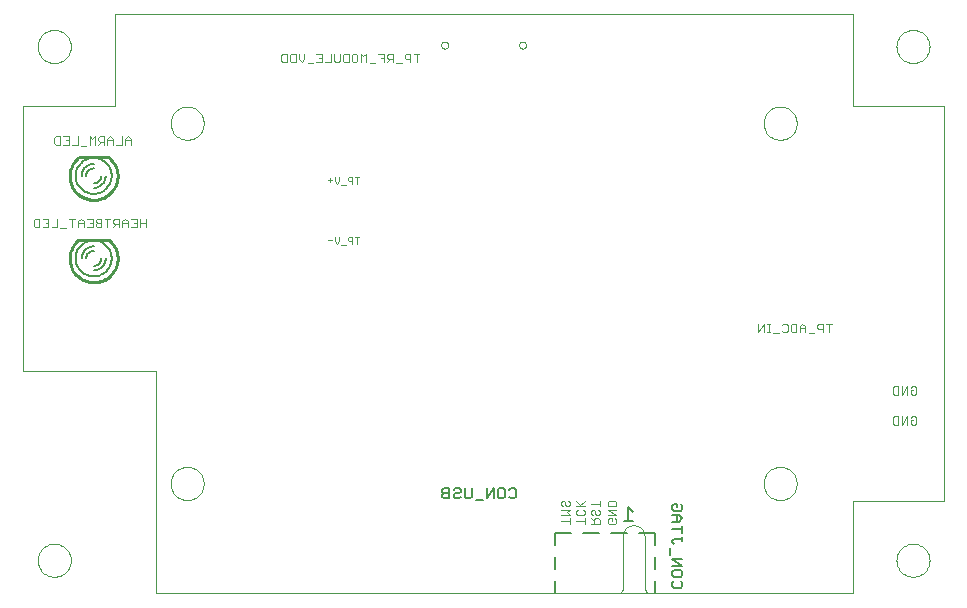
<source format=gbo>
G75*
G70*
%OFA0B0*%
%FSLAX24Y24*%
%IPPOS*%
%LPD*%
%AMOC8*
5,1,8,0,0,1.08239X$1,22.5*
%
%ADD10C,0.0000*%
%ADD11C,0.0040*%
%ADD12C,0.0100*%
%ADD13C,0.0060*%
%ADD14C,0.0050*%
%ADD15C,0.0020*%
D10*
X000780Y001331D02*
X000782Y001378D01*
X000788Y001424D01*
X000798Y001470D01*
X000811Y001515D01*
X000829Y001558D01*
X000850Y001600D01*
X000874Y001640D01*
X000902Y001677D01*
X000933Y001712D01*
X000967Y001745D01*
X001003Y001774D01*
X001042Y001800D01*
X001083Y001823D01*
X001126Y001842D01*
X001170Y001858D01*
X001215Y001870D01*
X001261Y001878D01*
X001308Y001882D01*
X001354Y001882D01*
X001401Y001878D01*
X001447Y001870D01*
X001492Y001858D01*
X001536Y001842D01*
X001579Y001823D01*
X001620Y001800D01*
X001659Y001774D01*
X001695Y001745D01*
X001729Y001712D01*
X001760Y001677D01*
X001788Y001640D01*
X001812Y001600D01*
X001833Y001558D01*
X001851Y001515D01*
X001864Y001470D01*
X001874Y001424D01*
X001880Y001378D01*
X001882Y001331D01*
X001880Y001284D01*
X001874Y001238D01*
X001864Y001192D01*
X001851Y001147D01*
X001833Y001104D01*
X001812Y001062D01*
X001788Y001022D01*
X001760Y000985D01*
X001729Y000950D01*
X001695Y000917D01*
X001659Y000888D01*
X001620Y000862D01*
X001579Y000839D01*
X001536Y000820D01*
X001492Y000804D01*
X001447Y000792D01*
X001401Y000784D01*
X001354Y000780D01*
X001308Y000780D01*
X001261Y000784D01*
X001215Y000792D01*
X001170Y000804D01*
X001126Y000820D01*
X001083Y000839D01*
X001042Y000862D01*
X001003Y000888D01*
X000967Y000917D01*
X000933Y000950D01*
X000902Y000985D01*
X000874Y001022D01*
X000850Y001062D01*
X000829Y001104D01*
X000811Y001147D01*
X000798Y001192D01*
X000788Y001238D01*
X000782Y001284D01*
X000780Y001331D01*
X004717Y000248D02*
X004717Y007630D01*
X000288Y007630D01*
X000288Y016489D01*
X003339Y016489D01*
X003339Y019540D01*
X027945Y019540D01*
X027945Y016489D01*
X030996Y016489D01*
X030996Y003300D01*
X027945Y003300D01*
X027945Y000248D01*
X004717Y000248D01*
X005209Y003890D02*
X005211Y003937D01*
X005217Y003983D01*
X005227Y004029D01*
X005240Y004074D01*
X005258Y004117D01*
X005279Y004159D01*
X005303Y004199D01*
X005331Y004236D01*
X005362Y004271D01*
X005396Y004304D01*
X005432Y004333D01*
X005471Y004359D01*
X005512Y004382D01*
X005555Y004401D01*
X005599Y004417D01*
X005644Y004429D01*
X005690Y004437D01*
X005737Y004441D01*
X005783Y004441D01*
X005830Y004437D01*
X005876Y004429D01*
X005921Y004417D01*
X005965Y004401D01*
X006008Y004382D01*
X006049Y004359D01*
X006088Y004333D01*
X006124Y004304D01*
X006158Y004271D01*
X006189Y004236D01*
X006217Y004199D01*
X006241Y004159D01*
X006262Y004117D01*
X006280Y004074D01*
X006293Y004029D01*
X006303Y003983D01*
X006309Y003937D01*
X006311Y003890D01*
X006309Y003843D01*
X006303Y003797D01*
X006293Y003751D01*
X006280Y003706D01*
X006262Y003663D01*
X006241Y003621D01*
X006217Y003581D01*
X006189Y003544D01*
X006158Y003509D01*
X006124Y003476D01*
X006088Y003447D01*
X006049Y003421D01*
X006008Y003398D01*
X005965Y003379D01*
X005921Y003363D01*
X005876Y003351D01*
X005830Y003343D01*
X005783Y003339D01*
X005737Y003339D01*
X005690Y003343D01*
X005644Y003351D01*
X005599Y003363D01*
X005555Y003379D01*
X005512Y003398D01*
X005471Y003421D01*
X005432Y003447D01*
X005396Y003476D01*
X005362Y003509D01*
X005331Y003544D01*
X005303Y003581D01*
X005279Y003621D01*
X005258Y003663D01*
X005240Y003706D01*
X005227Y003751D01*
X005217Y003797D01*
X005211Y003843D01*
X005209Y003890D01*
X020275Y002135D02*
X020275Y000360D01*
X020242Y000310D01*
X020192Y000248D01*
X021092Y000248D01*
X021042Y000310D01*
X021005Y000360D01*
X021005Y002135D01*
X021003Y002172D01*
X020998Y002208D01*
X020988Y002244D01*
X020975Y002279D01*
X020959Y002312D01*
X020940Y002344D01*
X020917Y002373D01*
X020891Y002400D01*
X020863Y002424D01*
X020833Y002445D01*
X020801Y002463D01*
X020767Y002477D01*
X020731Y002488D01*
X020695Y002496D01*
X020658Y002500D01*
X020622Y002500D01*
X020585Y002496D01*
X020549Y002488D01*
X020513Y002477D01*
X020479Y002463D01*
X020447Y002445D01*
X020417Y002424D01*
X020389Y002400D01*
X020363Y002373D01*
X020340Y002344D01*
X020321Y002312D01*
X020305Y002279D01*
X020292Y002244D01*
X020282Y002208D01*
X020277Y002172D01*
X020275Y002135D01*
X024973Y003890D02*
X024975Y003937D01*
X024981Y003983D01*
X024991Y004029D01*
X025004Y004074D01*
X025022Y004117D01*
X025043Y004159D01*
X025067Y004199D01*
X025095Y004236D01*
X025126Y004271D01*
X025160Y004304D01*
X025196Y004333D01*
X025235Y004359D01*
X025276Y004382D01*
X025319Y004401D01*
X025363Y004417D01*
X025408Y004429D01*
X025454Y004437D01*
X025501Y004441D01*
X025547Y004441D01*
X025594Y004437D01*
X025640Y004429D01*
X025685Y004417D01*
X025729Y004401D01*
X025772Y004382D01*
X025813Y004359D01*
X025852Y004333D01*
X025888Y004304D01*
X025922Y004271D01*
X025953Y004236D01*
X025981Y004199D01*
X026005Y004159D01*
X026026Y004117D01*
X026044Y004074D01*
X026057Y004029D01*
X026067Y003983D01*
X026073Y003937D01*
X026075Y003890D01*
X026073Y003843D01*
X026067Y003797D01*
X026057Y003751D01*
X026044Y003706D01*
X026026Y003663D01*
X026005Y003621D01*
X025981Y003581D01*
X025953Y003544D01*
X025922Y003509D01*
X025888Y003476D01*
X025852Y003447D01*
X025813Y003421D01*
X025772Y003398D01*
X025729Y003379D01*
X025685Y003363D01*
X025640Y003351D01*
X025594Y003343D01*
X025547Y003339D01*
X025501Y003339D01*
X025454Y003343D01*
X025408Y003351D01*
X025363Y003363D01*
X025319Y003379D01*
X025276Y003398D01*
X025235Y003421D01*
X025196Y003447D01*
X025160Y003476D01*
X025126Y003509D01*
X025095Y003544D01*
X025067Y003581D01*
X025043Y003621D01*
X025022Y003663D01*
X025004Y003706D01*
X024991Y003751D01*
X024981Y003797D01*
X024975Y003843D01*
X024973Y003890D01*
X029402Y001331D02*
X029404Y001378D01*
X029410Y001424D01*
X029420Y001470D01*
X029433Y001515D01*
X029451Y001558D01*
X029472Y001600D01*
X029496Y001640D01*
X029524Y001677D01*
X029555Y001712D01*
X029589Y001745D01*
X029625Y001774D01*
X029664Y001800D01*
X029705Y001823D01*
X029748Y001842D01*
X029792Y001858D01*
X029837Y001870D01*
X029883Y001878D01*
X029930Y001882D01*
X029976Y001882D01*
X030023Y001878D01*
X030069Y001870D01*
X030114Y001858D01*
X030158Y001842D01*
X030201Y001823D01*
X030242Y001800D01*
X030281Y001774D01*
X030317Y001745D01*
X030351Y001712D01*
X030382Y001677D01*
X030410Y001640D01*
X030434Y001600D01*
X030455Y001558D01*
X030473Y001515D01*
X030486Y001470D01*
X030496Y001424D01*
X030502Y001378D01*
X030504Y001331D01*
X030502Y001284D01*
X030496Y001238D01*
X030486Y001192D01*
X030473Y001147D01*
X030455Y001104D01*
X030434Y001062D01*
X030410Y001022D01*
X030382Y000985D01*
X030351Y000950D01*
X030317Y000917D01*
X030281Y000888D01*
X030242Y000862D01*
X030201Y000839D01*
X030158Y000820D01*
X030114Y000804D01*
X030069Y000792D01*
X030023Y000784D01*
X029976Y000780D01*
X029930Y000780D01*
X029883Y000784D01*
X029837Y000792D01*
X029792Y000804D01*
X029748Y000820D01*
X029705Y000839D01*
X029664Y000862D01*
X029625Y000888D01*
X029589Y000917D01*
X029555Y000950D01*
X029524Y000985D01*
X029496Y001022D01*
X029472Y001062D01*
X029451Y001104D01*
X029433Y001147D01*
X029420Y001192D01*
X029410Y001238D01*
X029404Y001284D01*
X029402Y001331D01*
X024973Y015898D02*
X024975Y015945D01*
X024981Y015991D01*
X024991Y016037D01*
X025004Y016082D01*
X025022Y016125D01*
X025043Y016167D01*
X025067Y016207D01*
X025095Y016244D01*
X025126Y016279D01*
X025160Y016312D01*
X025196Y016341D01*
X025235Y016367D01*
X025276Y016390D01*
X025319Y016409D01*
X025363Y016425D01*
X025408Y016437D01*
X025454Y016445D01*
X025501Y016449D01*
X025547Y016449D01*
X025594Y016445D01*
X025640Y016437D01*
X025685Y016425D01*
X025729Y016409D01*
X025772Y016390D01*
X025813Y016367D01*
X025852Y016341D01*
X025888Y016312D01*
X025922Y016279D01*
X025953Y016244D01*
X025981Y016207D01*
X026005Y016167D01*
X026026Y016125D01*
X026044Y016082D01*
X026057Y016037D01*
X026067Y015991D01*
X026073Y015945D01*
X026075Y015898D01*
X026073Y015851D01*
X026067Y015805D01*
X026057Y015759D01*
X026044Y015714D01*
X026026Y015671D01*
X026005Y015629D01*
X025981Y015589D01*
X025953Y015552D01*
X025922Y015517D01*
X025888Y015484D01*
X025852Y015455D01*
X025813Y015429D01*
X025772Y015406D01*
X025729Y015387D01*
X025685Y015371D01*
X025640Y015359D01*
X025594Y015351D01*
X025547Y015347D01*
X025501Y015347D01*
X025454Y015351D01*
X025408Y015359D01*
X025363Y015371D01*
X025319Y015387D01*
X025276Y015406D01*
X025235Y015429D01*
X025196Y015455D01*
X025160Y015484D01*
X025126Y015517D01*
X025095Y015552D01*
X025067Y015589D01*
X025043Y015629D01*
X025022Y015671D01*
X025004Y015714D01*
X024991Y015759D01*
X024981Y015805D01*
X024975Y015851D01*
X024973Y015898D01*
X029402Y018457D02*
X029404Y018504D01*
X029410Y018550D01*
X029420Y018596D01*
X029433Y018641D01*
X029451Y018684D01*
X029472Y018726D01*
X029496Y018766D01*
X029524Y018803D01*
X029555Y018838D01*
X029589Y018871D01*
X029625Y018900D01*
X029664Y018926D01*
X029705Y018949D01*
X029748Y018968D01*
X029792Y018984D01*
X029837Y018996D01*
X029883Y019004D01*
X029930Y019008D01*
X029976Y019008D01*
X030023Y019004D01*
X030069Y018996D01*
X030114Y018984D01*
X030158Y018968D01*
X030201Y018949D01*
X030242Y018926D01*
X030281Y018900D01*
X030317Y018871D01*
X030351Y018838D01*
X030382Y018803D01*
X030410Y018766D01*
X030434Y018726D01*
X030455Y018684D01*
X030473Y018641D01*
X030486Y018596D01*
X030496Y018550D01*
X030502Y018504D01*
X030504Y018457D01*
X030502Y018410D01*
X030496Y018364D01*
X030486Y018318D01*
X030473Y018273D01*
X030455Y018230D01*
X030434Y018188D01*
X030410Y018148D01*
X030382Y018111D01*
X030351Y018076D01*
X030317Y018043D01*
X030281Y018014D01*
X030242Y017988D01*
X030201Y017965D01*
X030158Y017946D01*
X030114Y017930D01*
X030069Y017918D01*
X030023Y017910D01*
X029976Y017906D01*
X029930Y017906D01*
X029883Y017910D01*
X029837Y017918D01*
X029792Y017930D01*
X029748Y017946D01*
X029705Y017965D01*
X029664Y017988D01*
X029625Y018014D01*
X029589Y018043D01*
X029555Y018076D01*
X029524Y018111D01*
X029496Y018148D01*
X029472Y018188D01*
X029451Y018230D01*
X029433Y018273D01*
X029420Y018318D01*
X029410Y018364D01*
X029404Y018410D01*
X029402Y018457D01*
X016823Y018502D02*
X016825Y018523D01*
X016831Y018543D01*
X016840Y018563D01*
X016852Y018580D01*
X016867Y018594D01*
X016885Y018606D01*
X016905Y018614D01*
X016925Y018619D01*
X016946Y018620D01*
X016967Y018617D01*
X016987Y018611D01*
X017006Y018600D01*
X017023Y018587D01*
X017036Y018571D01*
X017047Y018553D01*
X017055Y018533D01*
X017059Y018513D01*
X017059Y018491D01*
X017055Y018471D01*
X017047Y018451D01*
X017036Y018433D01*
X017023Y018417D01*
X017006Y018404D01*
X016987Y018393D01*
X016967Y018387D01*
X016946Y018384D01*
X016925Y018385D01*
X016905Y018390D01*
X016885Y018398D01*
X016867Y018410D01*
X016852Y018424D01*
X016840Y018441D01*
X016831Y018461D01*
X016825Y018481D01*
X016823Y018502D01*
X014225Y018502D02*
X014227Y018523D01*
X014233Y018543D01*
X014242Y018563D01*
X014254Y018580D01*
X014269Y018594D01*
X014287Y018606D01*
X014307Y018614D01*
X014327Y018619D01*
X014348Y018620D01*
X014369Y018617D01*
X014389Y018611D01*
X014408Y018600D01*
X014425Y018587D01*
X014438Y018571D01*
X014449Y018553D01*
X014457Y018533D01*
X014461Y018513D01*
X014461Y018491D01*
X014457Y018471D01*
X014449Y018451D01*
X014438Y018433D01*
X014425Y018417D01*
X014408Y018404D01*
X014389Y018393D01*
X014369Y018387D01*
X014348Y018384D01*
X014327Y018385D01*
X014307Y018390D01*
X014287Y018398D01*
X014269Y018410D01*
X014254Y018424D01*
X014242Y018441D01*
X014233Y018461D01*
X014227Y018481D01*
X014225Y018502D01*
X005209Y015898D02*
X005211Y015945D01*
X005217Y015991D01*
X005227Y016037D01*
X005240Y016082D01*
X005258Y016125D01*
X005279Y016167D01*
X005303Y016207D01*
X005331Y016244D01*
X005362Y016279D01*
X005396Y016312D01*
X005432Y016341D01*
X005471Y016367D01*
X005512Y016390D01*
X005555Y016409D01*
X005599Y016425D01*
X005644Y016437D01*
X005690Y016445D01*
X005737Y016449D01*
X005783Y016449D01*
X005830Y016445D01*
X005876Y016437D01*
X005921Y016425D01*
X005965Y016409D01*
X006008Y016390D01*
X006049Y016367D01*
X006088Y016341D01*
X006124Y016312D01*
X006158Y016279D01*
X006189Y016244D01*
X006217Y016207D01*
X006241Y016167D01*
X006262Y016125D01*
X006280Y016082D01*
X006293Y016037D01*
X006303Y015991D01*
X006309Y015945D01*
X006311Y015898D01*
X006309Y015851D01*
X006303Y015805D01*
X006293Y015759D01*
X006280Y015714D01*
X006262Y015671D01*
X006241Y015629D01*
X006217Y015589D01*
X006189Y015552D01*
X006158Y015517D01*
X006124Y015484D01*
X006088Y015455D01*
X006049Y015429D01*
X006008Y015406D01*
X005965Y015387D01*
X005921Y015371D01*
X005876Y015359D01*
X005830Y015351D01*
X005783Y015347D01*
X005737Y015347D01*
X005690Y015351D01*
X005644Y015359D01*
X005599Y015371D01*
X005555Y015387D01*
X005512Y015406D01*
X005471Y015429D01*
X005432Y015455D01*
X005396Y015484D01*
X005362Y015517D01*
X005331Y015552D01*
X005303Y015589D01*
X005279Y015629D01*
X005258Y015671D01*
X005240Y015714D01*
X005227Y015759D01*
X005217Y015805D01*
X005211Y015851D01*
X005209Y015898D01*
X000780Y018457D02*
X000782Y018504D01*
X000788Y018550D01*
X000798Y018596D01*
X000811Y018641D01*
X000829Y018684D01*
X000850Y018726D01*
X000874Y018766D01*
X000902Y018803D01*
X000933Y018838D01*
X000967Y018871D01*
X001003Y018900D01*
X001042Y018926D01*
X001083Y018949D01*
X001126Y018968D01*
X001170Y018984D01*
X001215Y018996D01*
X001261Y019004D01*
X001308Y019008D01*
X001354Y019008D01*
X001401Y019004D01*
X001447Y018996D01*
X001492Y018984D01*
X001536Y018968D01*
X001579Y018949D01*
X001620Y018926D01*
X001659Y018900D01*
X001695Y018871D01*
X001729Y018838D01*
X001760Y018803D01*
X001788Y018766D01*
X001812Y018726D01*
X001833Y018684D01*
X001851Y018641D01*
X001864Y018596D01*
X001874Y018550D01*
X001880Y018504D01*
X001882Y018457D01*
X001880Y018410D01*
X001874Y018364D01*
X001864Y018318D01*
X001851Y018273D01*
X001833Y018230D01*
X001812Y018188D01*
X001788Y018148D01*
X001760Y018111D01*
X001729Y018076D01*
X001695Y018043D01*
X001659Y018014D01*
X001620Y017988D01*
X001579Y017965D01*
X001536Y017946D01*
X001492Y017930D01*
X001447Y017918D01*
X001401Y017910D01*
X001354Y017906D01*
X001308Y017906D01*
X001261Y017910D01*
X001215Y017918D01*
X001170Y017930D01*
X001126Y017946D01*
X001083Y017965D01*
X001042Y017988D01*
X001003Y018014D01*
X000967Y018043D01*
X000933Y018076D01*
X000902Y018111D01*
X000874Y018148D01*
X000850Y018188D01*
X000829Y018230D01*
X000811Y018273D01*
X000798Y018318D01*
X000788Y018364D01*
X000782Y018410D01*
X000780Y018457D01*
D11*
X001375Y015469D02*
X001515Y015469D01*
X001515Y015189D01*
X001375Y015189D01*
X001328Y015236D01*
X001328Y015423D01*
X001375Y015469D01*
X001623Y015469D02*
X001810Y015469D01*
X001810Y015189D01*
X001623Y015189D01*
X001716Y015329D02*
X001810Y015329D01*
X001917Y015189D02*
X002104Y015189D01*
X002104Y015469D01*
X002212Y015142D02*
X002399Y015142D01*
X002507Y015189D02*
X002507Y015469D01*
X002600Y015376D01*
X002694Y015469D01*
X002694Y015189D01*
X002801Y015189D02*
X002895Y015283D01*
X002848Y015283D02*
X002988Y015283D01*
X002988Y015189D02*
X002988Y015469D01*
X002848Y015469D01*
X002801Y015423D01*
X002801Y015329D01*
X002848Y015283D01*
X003096Y015329D02*
X003283Y015329D01*
X003283Y015376D02*
X003189Y015469D01*
X003096Y015376D01*
X003096Y015189D01*
X003283Y015189D02*
X003283Y015376D01*
X003391Y015189D02*
X003577Y015189D01*
X003577Y015469D01*
X003685Y015376D02*
X003685Y015189D01*
X003685Y015329D02*
X003872Y015329D01*
X003872Y015376D02*
X003779Y015469D01*
X003685Y015376D01*
X003872Y015376D02*
X003872Y015189D01*
X003891Y012719D02*
X004077Y012719D01*
X004077Y012439D01*
X003891Y012439D01*
X003783Y012439D02*
X003783Y012626D01*
X003689Y012719D01*
X003596Y012626D01*
X003596Y012439D01*
X003488Y012439D02*
X003488Y012719D01*
X003348Y012719D01*
X003301Y012673D01*
X003301Y012579D01*
X003348Y012533D01*
X003488Y012533D01*
X003395Y012533D02*
X003301Y012439D01*
X003100Y012439D02*
X003100Y012719D01*
X003007Y012719D02*
X003194Y012719D01*
X002899Y012719D02*
X002759Y012719D01*
X002712Y012673D01*
X002712Y012626D01*
X002759Y012579D01*
X002899Y012579D01*
X002899Y012439D02*
X002759Y012439D01*
X002712Y012486D01*
X002712Y012533D01*
X002759Y012579D01*
X002604Y012579D02*
X002511Y012579D01*
X002604Y012439D02*
X002417Y012439D01*
X002310Y012439D02*
X002310Y012626D01*
X002216Y012719D01*
X002123Y012626D01*
X002123Y012439D01*
X002123Y012579D02*
X002310Y012579D01*
X002417Y012719D02*
X002604Y012719D01*
X002604Y012439D01*
X002899Y012439D02*
X002899Y012719D01*
X003596Y012579D02*
X003783Y012579D01*
X003984Y012579D02*
X004077Y012579D01*
X004185Y012579D02*
X004372Y012579D01*
X004372Y012439D02*
X004372Y012719D01*
X004185Y012719D02*
X004185Y012439D01*
X002015Y012719D02*
X001828Y012719D01*
X001921Y012719D02*
X001921Y012439D01*
X001720Y012392D02*
X001533Y012392D01*
X001426Y012439D02*
X001239Y012439D01*
X001131Y012439D02*
X000944Y012439D01*
X000836Y012439D02*
X000696Y012439D01*
X000649Y012486D01*
X000649Y012673D01*
X000696Y012719D01*
X000836Y012719D01*
X000836Y012439D01*
X001038Y012579D02*
X001131Y012579D01*
X001131Y012719D02*
X001131Y012439D01*
X001426Y012439D02*
X001426Y012719D01*
X001131Y012719D02*
X000944Y012719D01*
X008891Y017986D02*
X008891Y018173D01*
X008937Y018219D01*
X009077Y018219D01*
X009077Y017939D01*
X008937Y017939D01*
X008891Y017986D01*
X009185Y017986D02*
X009185Y018173D01*
X009232Y018219D01*
X009372Y018219D01*
X009372Y017939D01*
X009232Y017939D01*
X009185Y017986D01*
X009480Y018033D02*
X009480Y018219D01*
X009480Y018033D02*
X009573Y017939D01*
X009667Y018033D01*
X009667Y018219D01*
X009774Y017892D02*
X009961Y017892D01*
X010069Y017939D02*
X010256Y017939D01*
X010256Y018219D01*
X010069Y018219D01*
X010163Y018079D02*
X010256Y018079D01*
X010364Y017939D02*
X010551Y017939D01*
X010551Y018219D01*
X010658Y018219D02*
X010658Y017986D01*
X010705Y017939D01*
X010799Y017939D01*
X010845Y017986D01*
X010845Y018219D01*
X010953Y018173D02*
X011000Y018219D01*
X011140Y018219D01*
X011140Y017939D01*
X011000Y017939D01*
X010953Y017986D01*
X010953Y018173D01*
X011248Y018173D02*
X011294Y018219D01*
X011388Y018219D01*
X011435Y018173D01*
X011435Y017986D01*
X011388Y017939D01*
X011294Y017939D01*
X011248Y017986D01*
X011248Y018173D01*
X011542Y018219D02*
X011542Y017939D01*
X011729Y017939D02*
X011729Y018219D01*
X011636Y018126D01*
X011542Y018219D01*
X011837Y017892D02*
X012024Y017892D01*
X012225Y018079D02*
X012319Y018079D01*
X012426Y018079D02*
X012473Y018033D01*
X012613Y018033D01*
X012520Y018033D02*
X012426Y017939D01*
X012319Y017939D02*
X012319Y018219D01*
X012132Y018219D01*
X012426Y018173D02*
X012426Y018079D01*
X012426Y018173D02*
X012473Y018219D01*
X012613Y018219D01*
X012613Y017939D01*
X012721Y017892D02*
X012908Y017892D01*
X013062Y018033D02*
X013202Y018033D01*
X013202Y017939D02*
X013202Y018219D01*
X013062Y018219D01*
X013016Y018173D01*
X013016Y018079D01*
X013062Y018033D01*
X013310Y018219D02*
X013497Y018219D01*
X013404Y018219D02*
X013404Y017939D01*
X024801Y009219D02*
X024801Y008939D01*
X024988Y009219D01*
X024988Y008939D01*
X025091Y008939D02*
X025185Y008939D01*
X025138Y008939D02*
X025138Y009219D01*
X025185Y009219D02*
X025091Y009219D01*
X025587Y009173D02*
X025634Y009219D01*
X025727Y009219D01*
X025774Y009173D01*
X025774Y008986D01*
X025727Y008939D01*
X025634Y008939D01*
X025587Y008986D01*
X025479Y008892D02*
X025292Y008892D01*
X025882Y008986D02*
X025882Y009173D01*
X025928Y009219D01*
X026069Y009219D01*
X026069Y008939D01*
X025928Y008939D01*
X025882Y008986D01*
X026176Y008939D02*
X026176Y009126D01*
X026270Y009219D01*
X026363Y009126D01*
X026363Y008939D01*
X026471Y008892D02*
X026658Y008892D01*
X026812Y009033D02*
X026952Y009033D01*
X026952Y008939D02*
X026952Y009219D01*
X026812Y009219D01*
X026766Y009173D01*
X026766Y009079D01*
X026812Y009033D01*
X027060Y009219D02*
X027247Y009219D01*
X027154Y009219D02*
X027154Y008939D01*
X026363Y009079D02*
X026176Y009079D01*
X029283Y007085D02*
X029330Y007132D01*
X029470Y007132D01*
X029470Y006852D01*
X029330Y006852D01*
X029283Y006898D01*
X029283Y007085D01*
X029578Y007132D02*
X029578Y006852D01*
X029765Y007132D01*
X029765Y006852D01*
X029873Y006898D02*
X029873Y006992D01*
X029966Y006992D01*
X029873Y007085D02*
X029920Y007132D01*
X030013Y007132D01*
X030060Y007085D01*
X030060Y006898D01*
X030013Y006852D01*
X029920Y006852D01*
X029873Y006898D01*
X029920Y006132D02*
X030013Y006132D01*
X030060Y006085D01*
X030060Y005898D01*
X030013Y005852D01*
X029920Y005852D01*
X029873Y005898D01*
X029873Y005992D01*
X029966Y005992D01*
X029873Y006085D02*
X029920Y006132D01*
X029765Y006132D02*
X029578Y005852D01*
X029578Y006132D01*
X029470Y006132D02*
X029330Y006132D01*
X029283Y006085D01*
X029283Y005898D01*
X029330Y005852D01*
X029470Y005852D01*
X029470Y006132D01*
X029765Y006132D02*
X029765Y005852D01*
X020067Y003269D02*
X020067Y003128D01*
X019787Y003128D01*
X019787Y003269D01*
X019834Y003315D01*
X020021Y003315D01*
X020067Y003269D01*
X020067Y003021D02*
X019787Y003021D01*
X020067Y002834D01*
X019787Y002834D01*
X019834Y002726D02*
X019927Y002726D01*
X019927Y002633D01*
X019834Y002726D02*
X019787Y002679D01*
X019787Y002586D01*
X019834Y002539D01*
X020021Y002539D01*
X020067Y002586D01*
X020067Y002679D01*
X020021Y002726D01*
X019505Y002679D02*
X019505Y002539D01*
X019225Y002539D01*
X019318Y002539D02*
X019318Y002679D01*
X019365Y002726D01*
X019458Y002726D01*
X019505Y002679D01*
X019458Y002834D02*
X019411Y002834D01*
X019365Y002880D01*
X019365Y002974D01*
X019318Y003021D01*
X019271Y003021D01*
X019225Y002974D01*
X019225Y002880D01*
X019271Y002834D01*
X019225Y002726D02*
X019318Y002633D01*
X019458Y002834D02*
X019505Y002880D01*
X019505Y002974D01*
X019458Y003021D01*
X019505Y003128D02*
X019505Y003315D01*
X019505Y003222D02*
X019225Y003222D01*
X019005Y003315D02*
X018818Y003128D01*
X018865Y003175D02*
X018725Y003315D01*
X018725Y003128D02*
X019005Y003128D01*
X018958Y003021D02*
X019005Y002974D01*
X019005Y002880D01*
X018958Y002834D01*
X018771Y002834D01*
X018725Y002880D01*
X018725Y002974D01*
X018771Y003021D01*
X018505Y003021D02*
X018225Y003021D01*
X018271Y003128D02*
X018225Y003175D01*
X018225Y003269D01*
X018271Y003315D01*
X018318Y003315D01*
X018365Y003269D01*
X018365Y003175D01*
X018411Y003128D01*
X018458Y003128D01*
X018505Y003175D01*
X018505Y003269D01*
X018458Y003315D01*
X018505Y003021D02*
X018411Y002927D01*
X018505Y002834D01*
X018225Y002834D01*
X018225Y002633D02*
X018505Y002633D01*
X018505Y002726D02*
X018505Y002539D01*
X018725Y002633D02*
X019005Y002633D01*
X019005Y002726D02*
X019005Y002539D01*
D12*
X003142Y012014D02*
X002142Y012014D01*
X002223Y010713D02*
X002271Y010685D01*
X002320Y010661D01*
X002372Y010641D01*
X002424Y010624D01*
X002478Y010611D01*
X002532Y010602D01*
X002587Y010596D01*
X002642Y010594D01*
X002245Y010699D02*
X002197Y010729D01*
X002152Y010762D01*
X002109Y010798D01*
X002068Y010836D01*
X002031Y010878D01*
X001996Y010922D01*
X001965Y010968D01*
X001936Y011017D01*
X001912Y011067D01*
X001891Y011119D01*
X001873Y011173D01*
X001860Y011227D01*
X001850Y011282D01*
X001844Y011338D01*
X001842Y011394D01*
X002642Y010594D02*
X002698Y010596D01*
X002755Y010602D01*
X002810Y010612D01*
X002865Y010626D01*
X002918Y010643D01*
X002971Y010665D01*
X003021Y010690D01*
X003442Y011394D02*
X003440Y011448D01*
X003435Y011501D01*
X003426Y011555D01*
X003413Y011607D01*
X003397Y011658D01*
X003377Y011709D01*
X003355Y011758D01*
X003329Y011805D01*
X003299Y011850D01*
X003267Y011893D01*
X003232Y011934D01*
X003194Y011973D01*
X003154Y012009D01*
X003442Y011394D02*
X003440Y011340D01*
X003435Y011286D01*
X003426Y011233D01*
X003413Y011180D01*
X003397Y011129D01*
X003377Y011079D01*
X003354Y011030D01*
X003328Y010982D01*
X003299Y010937D01*
X003266Y010894D01*
X003231Y010853D01*
X003193Y010814D01*
X003153Y010778D01*
X003110Y010745D01*
X003065Y010715D01*
X003018Y010688D01*
X001842Y011394D02*
X001844Y011447D01*
X001849Y011501D01*
X001858Y011553D01*
X001870Y011605D01*
X001886Y011656D01*
X001905Y011706D01*
X001928Y011755D01*
X001954Y011802D01*
X001982Y011847D01*
X002014Y011890D01*
X002048Y011930D01*
X002086Y011969D01*
X002125Y012005D01*
X002245Y013449D02*
X002197Y013479D01*
X002152Y013512D01*
X002109Y013548D01*
X002068Y013586D01*
X002031Y013628D01*
X001996Y013672D01*
X001965Y013718D01*
X001936Y013767D01*
X001912Y013817D01*
X001891Y013869D01*
X001873Y013923D01*
X001860Y013977D01*
X001850Y014032D01*
X001844Y014088D01*
X001842Y014144D01*
X002142Y014764D02*
X003142Y014764D01*
X003442Y014144D02*
X003440Y014090D01*
X003435Y014036D01*
X003426Y013983D01*
X003413Y013930D01*
X003397Y013879D01*
X003377Y013829D01*
X003354Y013780D01*
X003328Y013732D01*
X003299Y013687D01*
X003266Y013644D01*
X003231Y013603D01*
X003193Y013564D01*
X003153Y013528D01*
X003110Y013495D01*
X003065Y013465D01*
X003018Y013438D01*
X003021Y013440D02*
X002971Y013415D01*
X002918Y013393D01*
X002865Y013376D01*
X002810Y013362D01*
X002755Y013352D01*
X002698Y013346D01*
X002642Y013344D01*
X002587Y013346D01*
X002532Y013352D01*
X002478Y013361D01*
X002424Y013374D01*
X002372Y013391D01*
X002320Y013411D01*
X002271Y013435D01*
X002223Y013463D01*
X003442Y014144D02*
X003440Y014198D01*
X003435Y014251D01*
X003426Y014305D01*
X003413Y014357D01*
X003397Y014408D01*
X003377Y014459D01*
X003355Y014508D01*
X003329Y014555D01*
X003299Y014600D01*
X003267Y014643D01*
X003232Y014684D01*
X003194Y014723D01*
X003154Y014759D01*
X002125Y014755D02*
X002086Y014719D01*
X002048Y014680D01*
X002014Y014640D01*
X001982Y014597D01*
X001954Y014552D01*
X001928Y014505D01*
X001905Y014456D01*
X001886Y014406D01*
X001870Y014355D01*
X001858Y014303D01*
X001849Y014251D01*
X001844Y014197D01*
X001842Y014144D01*
D13*
X002243Y013696D02*
X002281Y013665D01*
X002321Y013637D01*
X002363Y013613D01*
X002406Y013592D01*
X002452Y013575D01*
X002498Y013562D01*
X002546Y013552D01*
X002594Y013546D01*
X002642Y013544D01*
X003242Y014144D02*
X003240Y014191D01*
X003234Y014239D01*
X003225Y014285D01*
X003212Y014331D01*
X003196Y014375D01*
X003175Y014419D01*
X003152Y014460D01*
X003126Y014499D01*
X003096Y014536D01*
X003063Y014571D01*
X003028Y014603D01*
X002991Y014632D01*
X002042Y014144D02*
X002044Y014099D01*
X002049Y014053D01*
X002057Y014009D01*
X002069Y013965D01*
X002085Y013922D01*
X002103Y013880D01*
X002125Y013840D01*
X002149Y013802D01*
X002176Y013766D01*
X002206Y013731D01*
X002239Y013700D01*
X002274Y013670D01*
X002642Y014744D02*
X002689Y014742D01*
X002736Y014737D01*
X002782Y014727D01*
X002828Y014714D01*
X002872Y014698D01*
X002915Y014678D01*
X002956Y014655D01*
X002995Y014629D01*
X003032Y014600D01*
X002642Y014544D02*
X002603Y014542D01*
X002564Y014536D01*
X002526Y014527D01*
X002489Y014514D01*
X002453Y014497D01*
X002420Y014477D01*
X002388Y014453D01*
X002359Y014427D01*
X002333Y014398D01*
X002309Y014366D01*
X002289Y014333D01*
X002272Y014297D01*
X002259Y014260D01*
X002250Y014222D01*
X002244Y014183D01*
X002242Y014144D01*
X002642Y013544D02*
X002688Y013546D01*
X002734Y013551D01*
X002780Y013560D01*
X002824Y013572D01*
X002868Y013588D01*
X002910Y013607D01*
X002951Y013629D01*
X002989Y013655D01*
X003026Y013683D01*
X002042Y014144D02*
X002044Y014189D01*
X002049Y014235D01*
X002057Y014279D01*
X002069Y014323D01*
X002085Y014366D01*
X002103Y014408D01*
X002125Y014448D01*
X002149Y014486D01*
X002176Y014522D01*
X002206Y014557D01*
X002239Y014588D01*
X002274Y014618D01*
X002642Y014394D02*
X002612Y014392D01*
X002582Y014387D01*
X002553Y014378D01*
X002526Y014365D01*
X002500Y014350D01*
X002476Y014331D01*
X002455Y014310D01*
X002436Y014286D01*
X002421Y014260D01*
X002408Y014233D01*
X002399Y014204D01*
X002394Y014174D01*
X002392Y014144D01*
X003002Y013664D02*
X003038Y013693D01*
X003072Y013725D01*
X003103Y013760D01*
X003131Y013796D01*
X003156Y013835D01*
X003179Y013876D01*
X003198Y013918D01*
X003214Y013961D01*
X003226Y014006D01*
X003235Y014052D01*
X003240Y014098D01*
X003242Y014144D01*
X002642Y014744D02*
X002596Y014742D01*
X002550Y014737D01*
X002504Y014728D01*
X002460Y014716D01*
X002416Y014700D01*
X002374Y014681D01*
X002333Y014659D01*
X002295Y014633D01*
X002258Y014605D01*
X003042Y014144D02*
X003040Y014105D01*
X003034Y014066D01*
X003025Y014028D01*
X003012Y013991D01*
X002995Y013955D01*
X002975Y013922D01*
X002951Y013890D01*
X002925Y013861D01*
X002896Y013835D01*
X002864Y013811D01*
X002831Y013791D01*
X002795Y013774D01*
X002758Y013761D01*
X002720Y013752D01*
X002681Y013746D01*
X002642Y013744D01*
X002642Y013894D02*
X002672Y013896D01*
X002702Y013901D01*
X002731Y013910D01*
X002758Y013923D01*
X002784Y013938D01*
X002808Y013957D01*
X002829Y013978D01*
X002848Y014002D01*
X002863Y014028D01*
X002876Y014055D01*
X002885Y014084D01*
X002890Y014114D01*
X002892Y014144D01*
X002042Y011394D02*
X002044Y011349D01*
X002049Y011303D01*
X002057Y011259D01*
X002069Y011215D01*
X002085Y011172D01*
X002103Y011130D01*
X002125Y011090D01*
X002149Y011052D01*
X002176Y011016D01*
X002206Y010981D01*
X002239Y010950D01*
X002274Y010920D01*
X002243Y010946D02*
X002281Y010915D01*
X002321Y010887D01*
X002363Y010863D01*
X002406Y010842D01*
X002452Y010825D01*
X002498Y010812D01*
X002546Y010802D01*
X002594Y010796D01*
X002642Y010794D01*
X003242Y011394D02*
X003240Y011441D01*
X003234Y011489D01*
X003225Y011535D01*
X003212Y011581D01*
X003196Y011625D01*
X003175Y011669D01*
X003152Y011710D01*
X003126Y011749D01*
X003096Y011786D01*
X003063Y011821D01*
X003028Y011853D01*
X002991Y011882D01*
X002642Y011994D02*
X002596Y011992D01*
X002550Y011987D01*
X002504Y011978D01*
X002460Y011966D01*
X002416Y011950D01*
X002374Y011931D01*
X002333Y011909D01*
X002295Y011883D01*
X002258Y011855D01*
X002642Y011994D02*
X002689Y011992D01*
X002736Y011987D01*
X002782Y011977D01*
X002828Y011964D01*
X002872Y011948D01*
X002915Y011928D01*
X002956Y011905D01*
X002995Y011879D01*
X003032Y011850D01*
X002642Y011794D02*
X002603Y011792D01*
X002564Y011786D01*
X002526Y011777D01*
X002489Y011764D01*
X002453Y011747D01*
X002420Y011727D01*
X002388Y011703D01*
X002359Y011677D01*
X002333Y011648D01*
X002309Y011616D01*
X002289Y011583D01*
X002272Y011547D01*
X002259Y011510D01*
X002250Y011472D01*
X002244Y011433D01*
X002242Y011394D01*
X002642Y010794D02*
X002688Y010796D01*
X002734Y010801D01*
X002780Y010810D01*
X002824Y010822D01*
X002868Y010838D01*
X002910Y010857D01*
X002951Y010879D01*
X002989Y010905D01*
X003026Y010933D01*
X002042Y011394D02*
X002044Y011439D01*
X002049Y011485D01*
X002057Y011529D01*
X002069Y011573D01*
X002085Y011616D01*
X002103Y011658D01*
X002125Y011698D01*
X002149Y011736D01*
X002176Y011772D01*
X002206Y011807D01*
X002239Y011838D01*
X002274Y011868D01*
X002642Y011644D02*
X002612Y011642D01*
X002582Y011637D01*
X002553Y011628D01*
X002526Y011615D01*
X002500Y011600D01*
X002476Y011581D01*
X002455Y011560D01*
X002436Y011536D01*
X002421Y011510D01*
X002408Y011483D01*
X002399Y011454D01*
X002394Y011424D01*
X002392Y011394D01*
X003002Y010914D02*
X003038Y010943D01*
X003072Y010975D01*
X003103Y011010D01*
X003131Y011046D01*
X003156Y011085D01*
X003179Y011126D01*
X003198Y011168D01*
X003214Y011211D01*
X003226Y011256D01*
X003235Y011302D01*
X003240Y011348D01*
X003242Y011394D01*
X003042Y011394D02*
X003040Y011355D01*
X003034Y011316D01*
X003025Y011278D01*
X003012Y011241D01*
X002995Y011205D01*
X002975Y011172D01*
X002951Y011140D01*
X002925Y011111D01*
X002896Y011085D01*
X002864Y011061D01*
X002831Y011041D01*
X002795Y011024D01*
X002758Y011011D01*
X002720Y011002D01*
X002681Y010996D01*
X002642Y010994D01*
X002642Y011144D02*
X002672Y011146D01*
X002702Y011151D01*
X002731Y011160D01*
X002758Y011173D01*
X002784Y011188D01*
X002808Y011207D01*
X002829Y011228D01*
X002848Y011252D01*
X002863Y011278D01*
X002876Y011305D01*
X002885Y011334D01*
X002890Y011364D01*
X002892Y011394D01*
X020319Y002653D02*
X020612Y002653D01*
X020465Y002653D02*
X020465Y003094D01*
X020612Y002947D01*
D14*
X020417Y002248D02*
X019875Y002248D01*
X019481Y002248D02*
X018940Y002248D01*
X018546Y002248D02*
X018005Y002248D01*
X018005Y001844D01*
X018005Y001451D02*
X018005Y001046D01*
X018005Y000653D02*
X018005Y000248D01*
X020810Y002248D02*
X021352Y002248D01*
X021352Y001844D01*
X021859Y001737D02*
X021859Y001503D01*
X021917Y001369D02*
X022267Y001369D01*
X022267Y001135D02*
X021917Y001135D01*
X021976Y001000D02*
X022209Y001000D01*
X022267Y000942D01*
X022267Y000825D01*
X022209Y000767D01*
X021976Y000767D01*
X021917Y000825D01*
X021917Y000942D01*
X021976Y001000D01*
X022267Y001135D02*
X021917Y001369D01*
X021352Y001451D02*
X021352Y001046D01*
X021352Y000653D02*
X021352Y000248D01*
X021917Y000457D02*
X021917Y000574D01*
X021976Y000632D01*
X021917Y000457D02*
X021976Y000398D01*
X022209Y000398D01*
X022267Y000457D01*
X022267Y000574D01*
X022209Y000632D01*
X021976Y001872D02*
X021917Y001930D01*
X021917Y001988D01*
X021976Y002047D01*
X022267Y002047D01*
X022267Y002105D02*
X022267Y001988D01*
X022267Y002240D02*
X022267Y002474D01*
X022267Y002357D02*
X021917Y002357D01*
X021917Y002608D02*
X022151Y002608D01*
X022267Y002725D01*
X022151Y002842D01*
X021917Y002842D01*
X021976Y002977D02*
X021917Y003035D01*
X021917Y003152D01*
X021976Y003210D01*
X022092Y003210D01*
X022092Y003093D01*
X022209Y002977D02*
X021976Y002977D01*
X022092Y002842D02*
X022092Y002608D01*
X022209Y002977D02*
X022267Y003035D01*
X022267Y003152D01*
X022209Y003210D01*
X016713Y003448D02*
X016655Y003390D01*
X016538Y003390D01*
X016480Y003448D01*
X016345Y003448D02*
X016286Y003390D01*
X016170Y003390D01*
X016111Y003448D01*
X016111Y003682D01*
X016170Y003740D01*
X016286Y003740D01*
X016345Y003682D01*
X016345Y003448D01*
X016480Y003682D02*
X016538Y003740D01*
X016655Y003740D01*
X016713Y003682D01*
X016713Y003448D01*
X015976Y003390D02*
X015976Y003740D01*
X015743Y003390D01*
X015743Y003740D01*
X015608Y003331D02*
X015375Y003331D01*
X015240Y003448D02*
X015181Y003390D01*
X015065Y003390D01*
X015006Y003448D01*
X015006Y003740D01*
X014871Y003682D02*
X014871Y003623D01*
X014813Y003565D01*
X014696Y003565D01*
X014638Y003506D01*
X014638Y003448D01*
X014696Y003390D01*
X014813Y003390D01*
X014871Y003448D01*
X014871Y003682D02*
X014813Y003740D01*
X014696Y003740D01*
X014638Y003682D01*
X014503Y003740D02*
X014328Y003740D01*
X014270Y003682D01*
X014270Y003623D01*
X014328Y003565D01*
X014503Y003565D01*
X014503Y003390D02*
X014503Y003740D01*
X014328Y003565D02*
X014270Y003506D01*
X014270Y003448D01*
X014328Y003390D01*
X014503Y003390D01*
X015240Y003448D02*
X015240Y003740D01*
D15*
X011045Y011852D02*
X010898Y011852D01*
X010824Y011962D02*
X010751Y011889D01*
X010677Y011962D01*
X010677Y012109D01*
X010603Y011999D02*
X010456Y011999D01*
X010824Y011962D02*
X010824Y012109D01*
X011119Y012073D02*
X011119Y011999D01*
X011156Y011962D01*
X011266Y011962D01*
X011266Y011889D02*
X011266Y012109D01*
X011156Y012109D01*
X011119Y012073D01*
X011340Y012109D02*
X011487Y012109D01*
X011414Y012109D02*
X011414Y011889D01*
X011045Y013852D02*
X010898Y013852D01*
X010824Y013962D02*
X010751Y013889D01*
X010677Y013962D01*
X010677Y014109D01*
X010603Y013999D02*
X010456Y013999D01*
X010530Y013926D02*
X010530Y014073D01*
X010824Y014109D02*
X010824Y013962D01*
X011119Y013999D02*
X011119Y014073D01*
X011156Y014109D01*
X011266Y014109D01*
X011266Y013889D01*
X011266Y013962D02*
X011156Y013962D01*
X011119Y013999D01*
X011340Y014109D02*
X011487Y014109D01*
X011414Y014109D02*
X011414Y013889D01*
M02*

</source>
